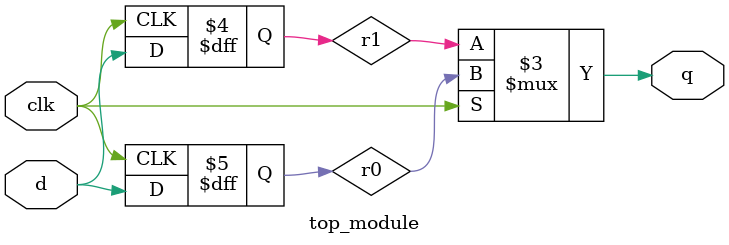
<source format=v>
module top_module (
    input clk,
    input d,
    output q
);
     reg r0,r1;
    always@(posedge clk)
        r0 <= d;
    always@(negedge clk)
        r1 <= d;
    assign q = clk ? r0 : r1;
endmodule

</source>
